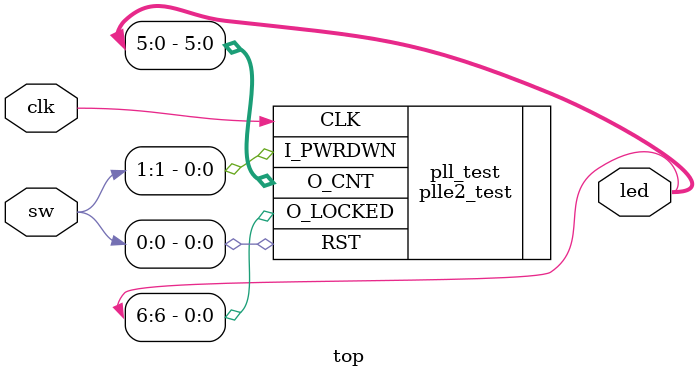
<source format=v>

`default_nettype none

module top (
    input  wire clk,

    input  wire [1:0] sw,
    output wire [6:0] led
);

plle2_test pll_test (
    .CLK        (clk),
    .RST        (sw[0]),

    .I_PWRDWN   (sw[1]),

    .O_LOCKED   (led[6]),
    .O_CNT      (led[5:0])
);

endmodule


</source>
